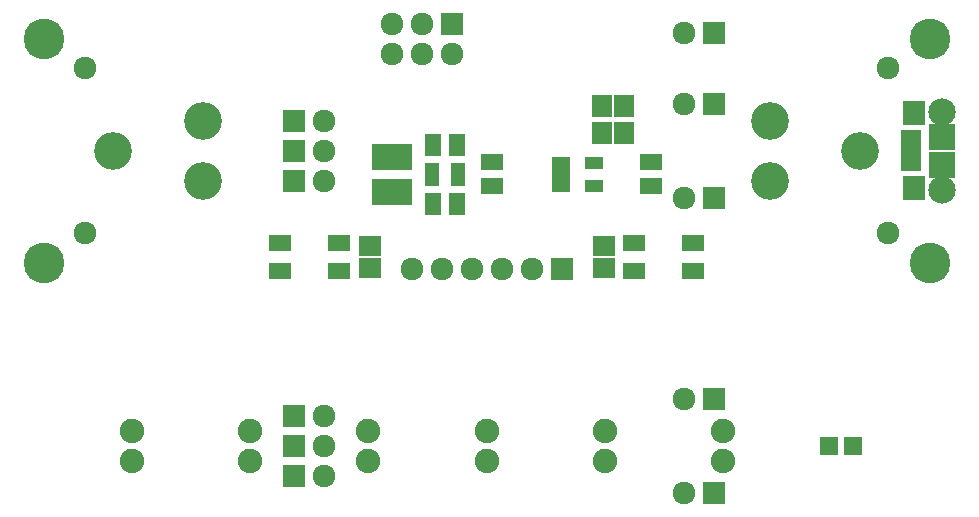
<source format=gts>
G04 #@! TF.FileFunction,Soldermask,Top*
%FSLAX46Y46*%
G04 Gerber Fmt 4.6, Leading zero omitted, Abs format (unit mm)*
G04 Created by KiCad (PCBNEW (2014-12-11 BZR 5320)-product) date Thu Feb  5 17:59:39 2015*
%MOMM*%
G01*
G04 APERTURE LIST*
%ADD10C,0.100000*%
%ADD11R,1.924000X1.924000*%
%ADD12C,1.924000*%
%ADD13R,1.466800X1.822400*%
%ADD14R,1.822400X1.466800*%
%ADD15C,2.076400*%
%ADD16R,1.600000X1.600000*%
%ADD17R,3.400000X2.200000*%
%ADD18R,1.898600X1.700480*%
%ADD19R,1.700480X1.898600*%
%ADD20C,3.448000*%
%ADD21R,1.900000X1.400000*%
%ADD22R,1.300000X0.800000*%
%ADD23R,1.771600X0.806400*%
%ADD24R,1.822400X2.000200*%
%ADD25R,2.305000X2.305000*%
%ADD26C,2.305000*%
%ADD27R,1.550000X1.000000*%
%ADD28C,3.200000*%
G04 APERTURE END LIST*
D10*
D11*
X93270000Y-79000000D03*
D12*
X90730000Y-79000000D03*
D11*
X93270000Y-54000000D03*
D12*
X90730000Y-54000000D03*
D11*
X57730000Y-75000000D03*
D12*
X60270000Y-75000000D03*
D11*
X93270000Y-71000000D03*
D12*
X90730000Y-71000000D03*
D11*
X57730000Y-50000000D03*
D12*
X60270000Y-50000000D03*
D11*
X57730000Y-52540000D03*
D12*
X60270000Y-52540000D03*
X108000000Y-57000000D03*
X108000000Y-43000000D03*
X40000000Y-43000000D03*
X40000000Y-57000000D03*
D13*
X69484000Y-54500000D03*
X71516000Y-54500000D03*
D14*
X87900000Y-53016000D03*
X87900000Y-50984000D03*
D13*
X69484000Y-49500000D03*
X71516000Y-49500000D03*
D14*
X74500000Y-53016000D03*
X74500000Y-50984000D03*
D15*
X94000000Y-76270000D03*
X94000000Y-73730000D03*
X84000000Y-76270000D03*
X84000000Y-73730000D03*
X74000000Y-76270000D03*
X74000000Y-73730000D03*
X64000000Y-76270000D03*
X64000000Y-73730000D03*
X54000000Y-76270000D03*
X54000000Y-73730000D03*
X44000000Y-76270000D03*
X44000000Y-73730000D03*
D16*
X102950000Y-75000000D03*
X105050000Y-75000000D03*
D17*
X66000000Y-53500000D03*
X66000000Y-50500000D03*
D11*
X80350000Y-60000000D03*
D12*
X77810000Y-60000000D03*
X75270000Y-60000000D03*
X72730000Y-60000000D03*
X70190000Y-60000000D03*
X67650000Y-60000000D03*
D18*
X64100000Y-58047500D03*
X64100000Y-59952500D03*
D19*
X85652500Y-46200000D03*
X83747500Y-46200000D03*
X85652500Y-48500000D03*
X83747500Y-48500000D03*
D20*
X36500000Y-59500000D03*
X111500000Y-40500000D03*
X111500000Y-59500000D03*
X36500000Y-40500000D03*
D21*
X91500000Y-57800000D03*
X91500000Y-60200000D03*
X86500000Y-57800000D03*
X86500000Y-60200000D03*
D22*
X71600000Y-52650000D03*
X71600000Y-51350000D03*
X71600000Y-52000000D03*
X69400000Y-51350000D03*
X69400000Y-52000000D03*
X69400000Y-52650000D03*
D11*
X71040000Y-39230000D03*
D12*
X71040000Y-41770000D03*
X68500000Y-39230000D03*
X68500000Y-41770000D03*
X65960000Y-39230000D03*
X65960000Y-41770000D03*
D23*
X109900000Y-50000000D03*
X109900000Y-49349760D03*
X109900000Y-48699520D03*
X109900000Y-50650240D03*
X109900000Y-51300480D03*
D24*
X110154000Y-53175000D03*
X110154000Y-46825000D03*
D25*
X112567000Y-51206500D03*
X112567000Y-48793500D03*
D26*
X112570000Y-53300000D03*
X112570000Y-46700000D03*
D11*
X57730000Y-47460000D03*
D12*
X60270000Y-47460000D03*
D11*
X93270000Y-46000000D03*
D12*
X90730000Y-46000000D03*
D11*
X93270000Y-40000000D03*
D12*
X90730000Y-40000000D03*
D11*
X57730000Y-72460000D03*
D12*
X60270000Y-72460000D03*
D11*
X57730000Y-77540000D03*
D12*
X60270000Y-77540000D03*
D18*
X83900000Y-58047500D03*
X83900000Y-59952500D03*
D21*
X61500000Y-57800000D03*
X61500000Y-60200000D03*
X56500000Y-57800000D03*
X56500000Y-60200000D03*
D27*
X80300000Y-51050000D03*
X80300000Y-52950000D03*
X80300000Y-52000000D03*
X83100000Y-52950000D03*
X83100000Y-51050000D03*
D28*
X50000000Y-52540000D03*
X50000000Y-47460000D03*
X42380000Y-50000000D03*
X98000000Y-47460000D03*
X98000000Y-52540000D03*
X105620000Y-50000000D03*
M02*

</source>
